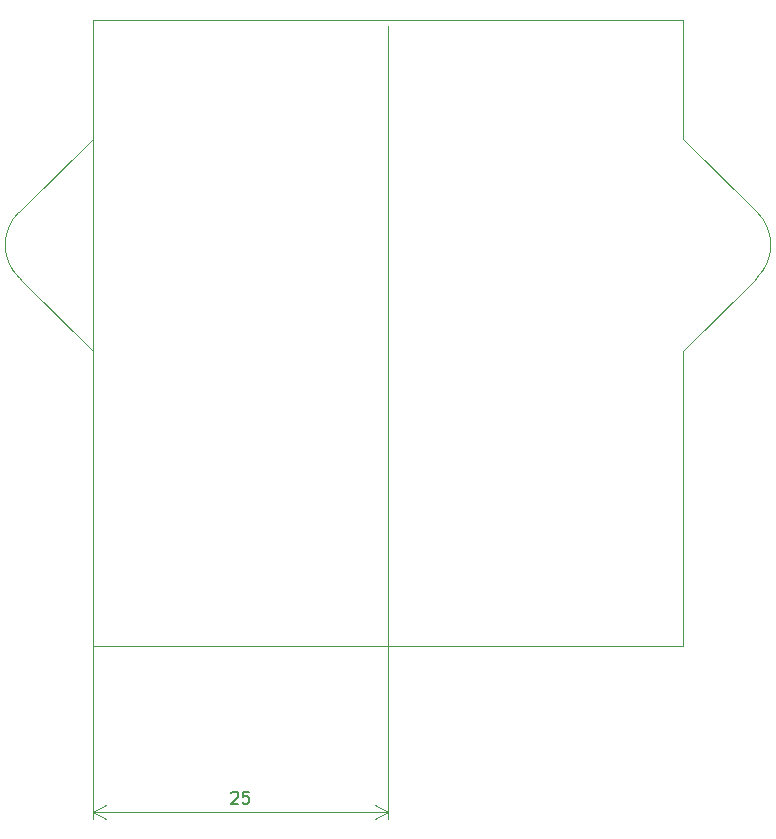
<source format=gbr>
%TF.GenerationSoftware,KiCad,Pcbnew,9.0.1*%
%TF.CreationDate,2025-03-30T19:31:05-07:00*%
%TF.ProjectId,12 to 5 with Trimmer,31322074-6f20-4352-9077-697468205472,rev?*%
%TF.SameCoordinates,Original*%
%TF.FileFunction,Profile,NP*%
%FSLAX46Y46*%
G04 Gerber Fmt 4.6, Leading zero omitted, Abs format (unit mm)*
G04 Created by KiCad (PCBNEW 9.0.1) date 2025-03-30 19:31:05*
%MOMM*%
%LPD*%
G01*
G04 APERTURE LIST*
%TA.AperFunction,Profile*%
%ADD10C,0.050000*%
%TD*%
%TA.AperFunction,Profile*%
%ADD11C,0.100000*%
%TD*%
%ADD12C,0.150000*%
G04 APERTURE END LIST*
D10*
X105000000Y-72022679D02*
X111000000Y-78000000D01*
X167261340Y-66238660D02*
G75*
G02*
X167261340Y-71761340I-2761340J-2761340D01*
G01*
X104738660Y-71761340D02*
G75*
G02*
X104738660Y-66238660I2761340J2761340D01*
G01*
X167000000Y-72022679D02*
X161000000Y-78000000D01*
X161000000Y-103000000D02*
X111000000Y-103000000D01*
X104999995Y-65977326D02*
X111000000Y-60000000D01*
X104738661Y-66238660D02*
X104999995Y-65977326D01*
X161000000Y-103000000D02*
X161000000Y-78000000D01*
X104738661Y-71761340D02*
X105000000Y-72022679D01*
X167000005Y-65977326D02*
X161000000Y-60000000D01*
X167261339Y-66238660D02*
X167000005Y-65977326D01*
X167261339Y-71761340D02*
X167000000Y-72022679D01*
X161000000Y-50000000D02*
X161000000Y-60000000D01*
D11*
X111000000Y-50000000D02*
X161000000Y-50000000D01*
D10*
X111000000Y-50000000D02*
X111000000Y-60000000D01*
X111000000Y-103000000D02*
X111000000Y-78000000D01*
D12*
X122738095Y-115400057D02*
X122785714Y-115352438D01*
X122785714Y-115352438D02*
X122880952Y-115304819D01*
X122880952Y-115304819D02*
X123119047Y-115304819D01*
X123119047Y-115304819D02*
X123214285Y-115352438D01*
X123214285Y-115352438D02*
X123261904Y-115400057D01*
X123261904Y-115400057D02*
X123309523Y-115495295D01*
X123309523Y-115495295D02*
X123309523Y-115590533D01*
X123309523Y-115590533D02*
X123261904Y-115733390D01*
X123261904Y-115733390D02*
X122690476Y-116304819D01*
X122690476Y-116304819D02*
X123309523Y-116304819D01*
X124214285Y-115304819D02*
X123738095Y-115304819D01*
X123738095Y-115304819D02*
X123690476Y-115781009D01*
X123690476Y-115781009D02*
X123738095Y-115733390D01*
X123738095Y-115733390D02*
X123833333Y-115685771D01*
X123833333Y-115685771D02*
X124071428Y-115685771D01*
X124071428Y-115685771D02*
X124166666Y-115733390D01*
X124166666Y-115733390D02*
X124214285Y-115781009D01*
X124214285Y-115781009D02*
X124261904Y-115876247D01*
X124261904Y-115876247D02*
X124261904Y-116114342D01*
X124261904Y-116114342D02*
X124214285Y-116209580D01*
X124214285Y-116209580D02*
X124166666Y-116257200D01*
X124166666Y-116257200D02*
X124071428Y-116304819D01*
X124071428Y-116304819D02*
X123833333Y-116304819D01*
X123833333Y-116304819D02*
X123738095Y-116257200D01*
X123738095Y-116257200D02*
X123690476Y-116209580D01*
D10*
X111000000Y-50500000D02*
X111000000Y-117586420D01*
X136000000Y-117586420D02*
X136000000Y-50500000D01*
X111000000Y-117000000D02*
X136000000Y-117000000D01*
X111000000Y-117000000D02*
X112126504Y-116413579D01*
X111000000Y-117000000D02*
X112126504Y-117586421D01*
X136000000Y-117000000D02*
X134873496Y-117586421D01*
X136000000Y-117000000D02*
X134873496Y-116413579D01*
M02*

</source>
